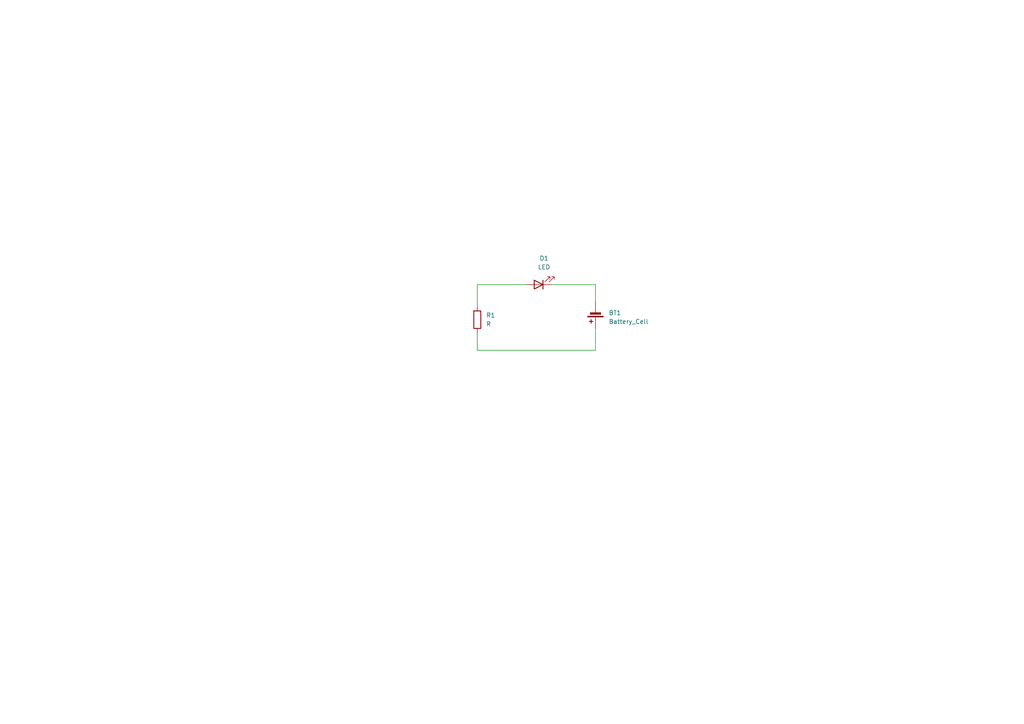
<source format=kicad_sch>
(kicad_sch (version 20231120) (generator "eeschema") (generator_version "8.0")
  (paper "A4")
  (title_block (title "LED Demo Board") (date "2024-10-29") (rev "1.0") (company "Formula Slug"))
  (lib_symbols
    (symbol "Device:Battery_Cell" (pin_numbers hide) (pin_names (offset 0) hide)
      (property "Reference" "BT" (at 2.54 2.54 0))
      (property "Value" "Battery_Cell" (at 2.54 0 0))
      (symbol "Battery_Cell_0_1"
        (rectangle (start -2.286 1.778) (end 2.286 1.524) (fill (type outline)))
        (rectangle (start -1.524 1.016) (end 1.524 0.508) (fill (type outline)))
        (polyline (pts (xy 0 0.762) (xy 0 0)))
        (polyline (pts (xy 0 1.778) (xy 0 2.54)))
        (polyline (pts (xy 0.762 3.048) (xy 1.778 3.048)) (stroke (width 0.254)))
        (polyline (pts (xy 1.27 3.556) (xy 1.27 2.54)) (stroke (width 0.254)))
      )
      (symbol "Battery_Cell_1_1"
        (pin passive line (at 0 5.08 270) (length 2.54) (name "+") (number "1"))
        (pin passive line (at 0 -2.54 90) (length 2.54) (name "-") (number "2"))
      )
    )
    (symbol "Device:LED" (pin_numbers hide) (pin_names (offset 1.016) hide)
      (property "Reference" "D" (at 0 2.54 0))
      (property "Value" "LED" (at 0 -2.54 0))
      (symbol "LED_0_1"
        (polyline (pts (xy -1.27 -1.27) (xy -1.27 1.27)) (stroke (width 0.254)))
        (polyline (pts (xy -1.27 0) (xy 1.27 0)))
        (polyline (pts (xy 1.27 -1.27) (xy 1.27 1.27) (xy -1.27 0) (xy 1.27 -1.27)) (stroke (width 0.254)))
        (polyline (pts (xy -3.048 -0.762) (xy -4.572 -2.286) (xy -3.81 -2.286) (xy -4.572 -2.286) (xy -4.572 -1.524)))
        (polyline (pts (xy -1.778 -0.762) (xy -3.302 -2.286) (xy -2.54 -2.286) (xy -3.302 -2.286) (xy -3.302 -1.524)))
      )
      (symbol "LED_1_1"
        (pin passive line (at -3.81 0 0) (length 2.54) (name "K") (number "1"))
        (pin passive line (at 3.81 0 180) (length 2.54) (name "A") (number "2"))
      )
    )
    (symbol "Device:R" (pin_numbers hide) (pin_names (offset 0))
      (property "Reference" "R" (at 2.032 0 90))
      (property "Value" "R" (at 0 0 90))
      (symbol "R_0_1"
        (rectangle (start -1.016 -2.54) (end 1.016 2.54) (stroke (width 0.254)))
      )
      (symbol "R_1_1"
        (pin passive line (at 0 3.81 270) (length 1.27) (name "~") (number "1"))
        (pin passive line (at 0 -3.81 90) (length 1.27) (name "~") (number "2"))
      )
    )
  )
  (wire (pts (xy 138.43 101.6) (xy 172.72 101.6)))
  (wire (pts (xy 172.72 82.55) (xy 160.02 82.55)))
  (wire (pts (xy 172.72 95.25) (xy 172.72 101.6)))
  (wire (pts (xy 172.72 87.63) (xy 172.72 82.55)))
  (wire (pts (xy 138.43 82.55) (xy 138.43 88.9)))
  (wire (pts (xy 138.43 96.52) (xy 138.43 101.6)))
  (wire (pts (xy 152.4 82.55) (xy 138.43 82.55)))
  (symbol (lib_id "Device:R") (at 138.43 92.71 0) (unit 1)
    (property "Reference" "R1" (at 140.97 91.4399 0) (effects (justify left)))
    (property "Value" "R" (at 140.97 93.9799 0) (effects (justify left)))
    (property "Footprint" "Resistor_SMD:R_0805_2012Metric_Pad1.20x1.40mm_HandSolder" (effects (hide yes)))
    (property "Description" "Resistor" (effects (hide yes)))
  )
  (symbol (lib_id "Device:LED") (at 156.21 82.55 180) (unit 1)
    (property "Reference" "D1" (at 157.7975 74.93 0))
    (property "Value" "LED" (at 157.7975 77.47 0))
    (property "Footprint" "LED_SMD:LED_0805_2012Metric_Pad1.15x1.40mm_HandSolder" (effects (hide yes)))
    (property "Description" "Light emitting diode" (effects (hide yes)))
  )
  (symbol (lib_id "Device:Battery_Cell") (at 172.72 90.17 180) (unit 1)
    (property "Reference" "BT1" (at 176.53 90.7414 0) (effects (justify right)))
    (property "Value" "Battery_Cell" (at 176.53 93.2814 0) (effects (justify right)))
    (property "Footprint" "Battery:BatteryHolder_Seiko_MS621F" (effects (hide yes)))
    (property "Description" "Single-cell battery" (effects (hide yes)))
  )
)
</source>
